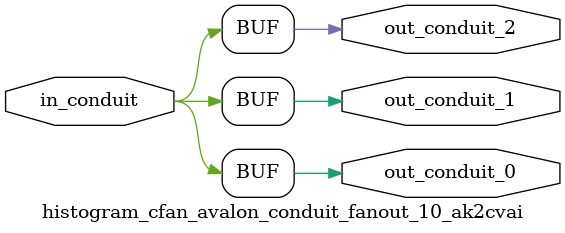
<source format=sv>


 


// --------------------------------------------------------------------------------
//| Avalon Conduit Fan-Out
// --------------------------------------------------------------------------------

// ------------------------------------------
// Generation parameters:
//   output_name:       histogram_cfan_avalon_conduit_fanout_10_ak2cvai
//   numFanOut:         3
//   
// ------------------------------------------

module histogram_cfan_avalon_conduit_fanout_10_ak2cvai (     

// Interface: out_conduit_0
 output                    out_conduit_0,
// Interface: out_conduit_1
 output                    out_conduit_1,
// Interface: out_conduit_2
 output                    out_conduit_2,

// Interface: in_conduit
 input                   in_conduit

);

   assign  out_conduit_0 = in_conduit;
   assign  out_conduit_1 = in_conduit;
   assign  out_conduit_2 = in_conduit;

endmodule //


</source>
